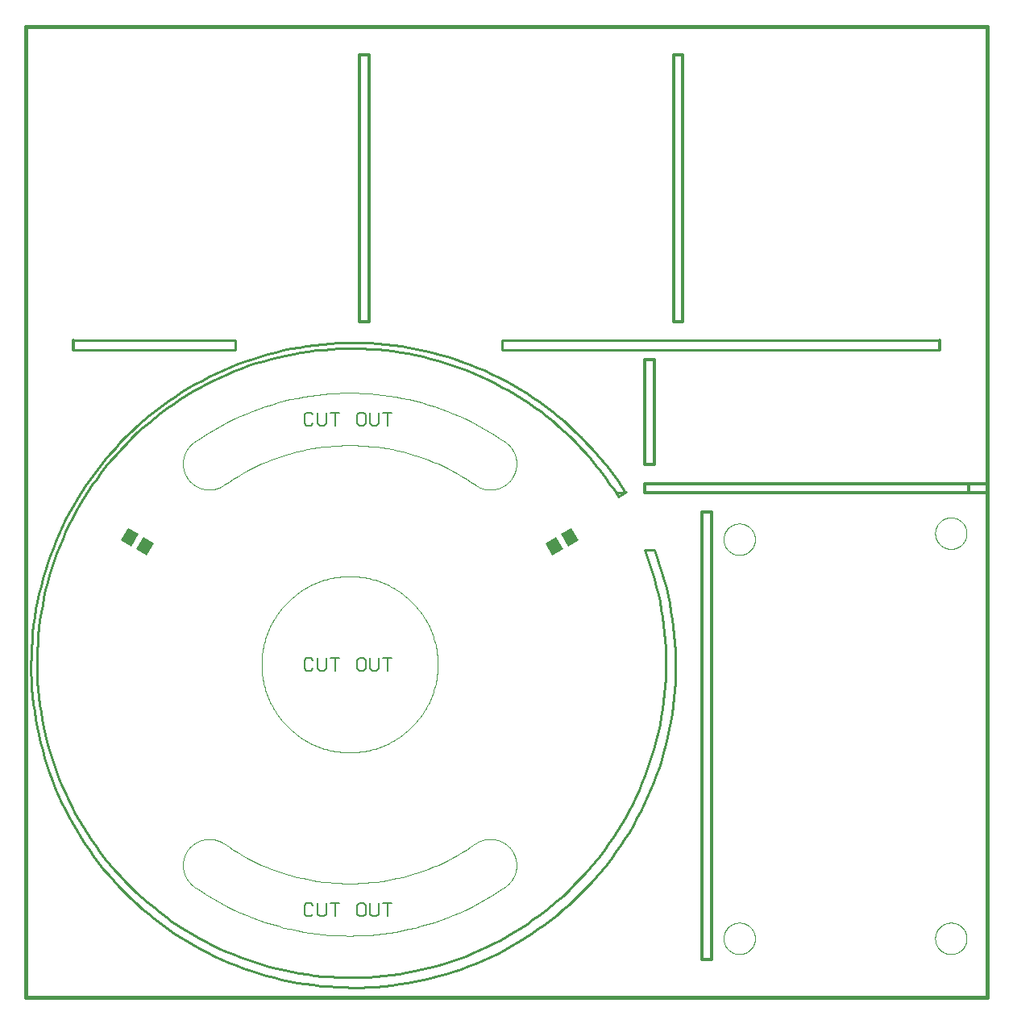
<source format=gbp>
G75*
%MOIN*%
%OFA0B0*%
%FSLAX25Y25*%
%IPPOS*%
%LPD*%
%AMOC8*
5,1,8,0,0,1.08239X$1,22.5*
%
%ADD10C,0.00000*%
%ADD11C,0.00500*%
%ADD12C,0.00000*%
%ADD13C,0.01600*%
%ADD14C,0.01200*%
%ADD15C,0.01000*%
%ADD16R,0.05118X0.05906*%
D10*
X0099241Y0163309D02*
X0099252Y0164203D01*
X0099285Y0165096D01*
X0099340Y0165988D01*
X0099416Y0166878D01*
X0099515Y0167767D01*
X0099635Y0168652D01*
X0099777Y0169535D01*
X0099941Y0170414D01*
X0100126Y0171288D01*
X0100332Y0172158D01*
X0100560Y0173022D01*
X0100809Y0173880D01*
X0101079Y0174732D01*
X0101370Y0175578D01*
X0101681Y0176415D01*
X0102013Y0177245D01*
X0102365Y0178067D01*
X0102737Y0178879D01*
X0103129Y0179682D01*
X0103541Y0180476D01*
X0103972Y0181259D01*
X0104422Y0182031D01*
X0104891Y0182792D01*
X0105378Y0183541D01*
X0105884Y0184278D01*
X0106408Y0185003D01*
X0106949Y0185714D01*
X0107507Y0186412D01*
X0108083Y0187096D01*
X0108675Y0187765D01*
X0109283Y0188420D01*
X0109907Y0189060D01*
X0110547Y0189684D01*
X0111202Y0190292D01*
X0111871Y0190884D01*
X0112555Y0191460D01*
X0113253Y0192018D01*
X0113964Y0192559D01*
X0114689Y0193083D01*
X0115426Y0193589D01*
X0116175Y0194076D01*
X0116936Y0194545D01*
X0117708Y0194995D01*
X0118491Y0195426D01*
X0119285Y0195838D01*
X0120088Y0196230D01*
X0120900Y0196602D01*
X0121722Y0196954D01*
X0122552Y0197286D01*
X0123389Y0197597D01*
X0124235Y0197888D01*
X0125087Y0198158D01*
X0125945Y0198407D01*
X0126809Y0198635D01*
X0127679Y0198841D01*
X0128553Y0199026D01*
X0129432Y0199190D01*
X0130315Y0199332D01*
X0131200Y0199452D01*
X0132089Y0199551D01*
X0132979Y0199627D01*
X0133871Y0199682D01*
X0134764Y0199715D01*
X0135658Y0199726D01*
X0136552Y0199715D01*
X0137445Y0199682D01*
X0138337Y0199627D01*
X0139227Y0199551D01*
X0140116Y0199452D01*
X0141001Y0199332D01*
X0141884Y0199190D01*
X0142763Y0199026D01*
X0143637Y0198841D01*
X0144507Y0198635D01*
X0145371Y0198407D01*
X0146229Y0198158D01*
X0147081Y0197888D01*
X0147927Y0197597D01*
X0148764Y0197286D01*
X0149594Y0196954D01*
X0150416Y0196602D01*
X0151228Y0196230D01*
X0152031Y0195838D01*
X0152825Y0195426D01*
X0153608Y0194995D01*
X0154380Y0194545D01*
X0155141Y0194076D01*
X0155890Y0193589D01*
X0156627Y0193083D01*
X0157352Y0192559D01*
X0158063Y0192018D01*
X0158761Y0191460D01*
X0159445Y0190884D01*
X0160114Y0190292D01*
X0160769Y0189684D01*
X0161409Y0189060D01*
X0162033Y0188420D01*
X0162641Y0187765D01*
X0163233Y0187096D01*
X0163809Y0186412D01*
X0164367Y0185714D01*
X0164908Y0185003D01*
X0165432Y0184278D01*
X0165938Y0183541D01*
X0166425Y0182792D01*
X0166894Y0182031D01*
X0167344Y0181259D01*
X0167775Y0180476D01*
X0168187Y0179682D01*
X0168579Y0178879D01*
X0168951Y0178067D01*
X0169303Y0177245D01*
X0169635Y0176415D01*
X0169946Y0175578D01*
X0170237Y0174732D01*
X0170507Y0173880D01*
X0170756Y0173022D01*
X0170984Y0172158D01*
X0171190Y0171288D01*
X0171375Y0170414D01*
X0171539Y0169535D01*
X0171681Y0168652D01*
X0171801Y0167767D01*
X0171900Y0166878D01*
X0171976Y0165988D01*
X0172031Y0165096D01*
X0172064Y0164203D01*
X0172075Y0163309D01*
X0172064Y0162415D01*
X0172031Y0161522D01*
X0171976Y0160630D01*
X0171900Y0159740D01*
X0171801Y0158851D01*
X0171681Y0157966D01*
X0171539Y0157083D01*
X0171375Y0156204D01*
X0171190Y0155330D01*
X0170984Y0154460D01*
X0170756Y0153596D01*
X0170507Y0152738D01*
X0170237Y0151886D01*
X0169946Y0151040D01*
X0169635Y0150203D01*
X0169303Y0149373D01*
X0168951Y0148551D01*
X0168579Y0147739D01*
X0168187Y0146936D01*
X0167775Y0146142D01*
X0167344Y0145359D01*
X0166894Y0144587D01*
X0166425Y0143826D01*
X0165938Y0143077D01*
X0165432Y0142340D01*
X0164908Y0141615D01*
X0164367Y0140904D01*
X0163809Y0140206D01*
X0163233Y0139522D01*
X0162641Y0138853D01*
X0162033Y0138198D01*
X0161409Y0137558D01*
X0160769Y0136934D01*
X0160114Y0136326D01*
X0159445Y0135734D01*
X0158761Y0135158D01*
X0158063Y0134600D01*
X0157352Y0134059D01*
X0156627Y0133535D01*
X0155890Y0133029D01*
X0155141Y0132542D01*
X0154380Y0132073D01*
X0153608Y0131623D01*
X0152825Y0131192D01*
X0152031Y0130780D01*
X0151228Y0130388D01*
X0150416Y0130016D01*
X0149594Y0129664D01*
X0148764Y0129332D01*
X0147927Y0129021D01*
X0147081Y0128730D01*
X0146229Y0128460D01*
X0145371Y0128211D01*
X0144507Y0127983D01*
X0143637Y0127777D01*
X0142763Y0127592D01*
X0141884Y0127428D01*
X0141001Y0127286D01*
X0140116Y0127166D01*
X0139227Y0127067D01*
X0138337Y0126991D01*
X0137445Y0126936D01*
X0136552Y0126903D01*
X0135658Y0126892D01*
X0134764Y0126903D01*
X0133871Y0126936D01*
X0132979Y0126991D01*
X0132089Y0127067D01*
X0131200Y0127166D01*
X0130315Y0127286D01*
X0129432Y0127428D01*
X0128553Y0127592D01*
X0127679Y0127777D01*
X0126809Y0127983D01*
X0125945Y0128211D01*
X0125087Y0128460D01*
X0124235Y0128730D01*
X0123389Y0129021D01*
X0122552Y0129332D01*
X0121722Y0129664D01*
X0120900Y0130016D01*
X0120088Y0130388D01*
X0119285Y0130780D01*
X0118491Y0131192D01*
X0117708Y0131623D01*
X0116936Y0132073D01*
X0116175Y0132542D01*
X0115426Y0133029D01*
X0114689Y0133535D01*
X0113964Y0134059D01*
X0113253Y0134600D01*
X0112555Y0135158D01*
X0111871Y0135734D01*
X0111202Y0136326D01*
X0110547Y0136934D01*
X0109907Y0137558D01*
X0109283Y0138198D01*
X0108675Y0138853D01*
X0108083Y0139522D01*
X0107507Y0140206D01*
X0106949Y0140904D01*
X0106408Y0141615D01*
X0105884Y0142340D01*
X0105378Y0143077D01*
X0104891Y0143826D01*
X0104422Y0144587D01*
X0103972Y0145359D01*
X0103541Y0146142D01*
X0103129Y0146936D01*
X0102737Y0147739D01*
X0102365Y0148551D01*
X0102013Y0149373D01*
X0101681Y0150203D01*
X0101370Y0151040D01*
X0101079Y0151886D01*
X0100809Y0152738D01*
X0100560Y0153596D01*
X0100332Y0154460D01*
X0100126Y0155330D01*
X0099941Y0156204D01*
X0099777Y0157083D01*
X0099635Y0157966D01*
X0099515Y0158851D01*
X0099416Y0159740D01*
X0099340Y0160630D01*
X0099285Y0161522D01*
X0099252Y0162415D01*
X0099241Y0163309D01*
D11*
X0116876Y0161508D02*
X0117778Y0160607D01*
X0119581Y0160607D01*
X0120483Y0161508D01*
X0122314Y0161508D02*
X0123216Y0160607D01*
X0125019Y0160607D01*
X0125921Y0161508D01*
X0125921Y0166017D01*
X0127752Y0166017D02*
X0131358Y0166017D01*
X0129555Y0166017D02*
X0129555Y0160607D01*
X0122314Y0161508D02*
X0122314Y0166017D01*
X0120483Y0165115D02*
X0119581Y0166017D01*
X0117778Y0166017D01*
X0116876Y0165115D01*
X0116876Y0161508D01*
X0138627Y0161508D02*
X0139529Y0160607D01*
X0141332Y0160607D01*
X0142234Y0161508D01*
X0142234Y0165115D01*
X0141332Y0166017D01*
X0139529Y0166017D01*
X0138627Y0165115D01*
X0138627Y0161508D01*
X0144065Y0161508D02*
X0144966Y0160607D01*
X0146770Y0160607D01*
X0147672Y0161508D01*
X0147672Y0166017D01*
X0149503Y0166017D02*
X0153109Y0166017D01*
X0151306Y0166017D02*
X0151306Y0160607D01*
X0144065Y0161508D02*
X0144065Y0166017D01*
X0144966Y0261985D02*
X0146770Y0261985D01*
X0147672Y0262886D01*
X0147672Y0267395D01*
X0149503Y0267395D02*
X0153109Y0267395D01*
X0151306Y0267395D02*
X0151306Y0261985D01*
X0144966Y0261985D02*
X0144065Y0262886D01*
X0144065Y0267395D01*
X0142234Y0266493D02*
X0142234Y0262886D01*
X0141332Y0261985D01*
X0139529Y0261985D01*
X0138627Y0262886D01*
X0138627Y0266493D01*
X0139529Y0267395D01*
X0141332Y0267395D01*
X0142234Y0266493D01*
X0131358Y0267395D02*
X0127752Y0267395D01*
X0129555Y0267395D02*
X0129555Y0261985D01*
X0125921Y0262886D02*
X0125921Y0267395D01*
X0122314Y0267395D02*
X0122314Y0262886D01*
X0123216Y0261985D01*
X0125019Y0261985D01*
X0125921Y0262886D01*
X0120483Y0262886D02*
X0119581Y0261985D01*
X0117778Y0261985D01*
X0116876Y0262886D01*
X0116876Y0266493D01*
X0117778Y0267395D01*
X0119581Y0267395D01*
X0120483Y0266493D01*
X0119581Y0064639D02*
X0117778Y0064639D01*
X0116876Y0063737D01*
X0116876Y0060130D01*
X0117778Y0059229D01*
X0119581Y0059229D01*
X0120483Y0060130D01*
X0122314Y0060130D02*
X0123216Y0059229D01*
X0125019Y0059229D01*
X0125921Y0060130D01*
X0125921Y0064639D01*
X0127752Y0064639D02*
X0131358Y0064639D01*
X0129555Y0064639D02*
X0129555Y0059229D01*
X0122314Y0060130D02*
X0122314Y0064639D01*
X0120483Y0063737D02*
X0119581Y0064639D01*
X0138627Y0063737D02*
X0138627Y0060130D01*
X0139529Y0059229D01*
X0141332Y0059229D01*
X0142234Y0060130D01*
X0142234Y0063737D01*
X0141332Y0064639D01*
X0139529Y0064639D01*
X0138627Y0063737D01*
X0144065Y0064639D02*
X0144065Y0060130D01*
X0144966Y0059229D01*
X0146770Y0059229D01*
X0147672Y0060130D01*
X0147672Y0064639D01*
X0149503Y0064639D02*
X0153109Y0064639D01*
X0151306Y0064639D02*
X0151306Y0059229D01*
D12*
X0187596Y0089134D02*
X0187812Y0089281D01*
X0188032Y0089424D01*
X0188255Y0089560D01*
X0188481Y0089692D01*
X0188710Y0089818D01*
X0188943Y0089938D01*
X0189178Y0090053D01*
X0189416Y0090162D01*
X0189656Y0090265D01*
X0189899Y0090362D01*
X0190144Y0090454D01*
X0190391Y0090539D01*
X0190640Y0090619D01*
X0190892Y0090692D01*
X0191144Y0090760D01*
X0191399Y0090821D01*
X0191655Y0090876D01*
X0191912Y0090925D01*
X0192170Y0090968D01*
X0192429Y0091004D01*
X0192689Y0091034D01*
X0192949Y0091058D01*
X0193210Y0091076D01*
X0193472Y0091087D01*
X0193733Y0091092D01*
X0193995Y0091090D01*
X0194256Y0091083D01*
X0194518Y0091069D01*
X0194779Y0091048D01*
X0195039Y0091022D01*
X0195298Y0090989D01*
X0195557Y0090949D01*
X0195815Y0090904D01*
X0196071Y0090852D01*
X0196326Y0090795D01*
X0196580Y0090731D01*
X0196832Y0090660D01*
X0197083Y0090584D01*
X0197331Y0090502D01*
X0197577Y0090414D01*
X0197821Y0090320D01*
X0198063Y0090220D01*
X0198303Y0090114D01*
X0198539Y0090003D01*
X0198773Y0089885D01*
X0199004Y0089763D01*
X0199232Y0089634D01*
X0199457Y0089500D01*
X0199678Y0089361D01*
X0199896Y0089217D01*
X0200111Y0089067D01*
X0200322Y0088912D01*
X0200529Y0088752D01*
X0200732Y0088587D01*
X0200931Y0088417D01*
X0201126Y0088243D01*
X0201317Y0088063D01*
X0201503Y0087880D01*
X0201685Y0087691D01*
X0201862Y0087499D01*
X0202034Y0087302D01*
X0202202Y0087101D01*
X0202365Y0086896D01*
X0202522Y0086688D01*
X0202675Y0086475D01*
X0202822Y0086259D01*
X0202965Y0086039D01*
X0203101Y0085816D01*
X0203233Y0085590D01*
X0203359Y0085361D01*
X0203479Y0085128D01*
X0203594Y0084893D01*
X0203703Y0084655D01*
X0203806Y0084415D01*
X0203903Y0084172D01*
X0203995Y0083927D01*
X0204080Y0083680D01*
X0204160Y0083431D01*
X0204233Y0083179D01*
X0204301Y0082927D01*
X0204362Y0082672D01*
X0204417Y0082416D01*
X0204466Y0082159D01*
X0204509Y0081901D01*
X0204545Y0081642D01*
X0204575Y0081382D01*
X0204599Y0081122D01*
X0204617Y0080861D01*
X0204628Y0080599D01*
X0204633Y0080338D01*
X0204631Y0080076D01*
X0204624Y0079815D01*
X0204610Y0079553D01*
X0204589Y0079292D01*
X0204563Y0079032D01*
X0204530Y0078773D01*
X0204490Y0078514D01*
X0204445Y0078256D01*
X0204393Y0078000D01*
X0204336Y0077745D01*
X0204272Y0077491D01*
X0204201Y0077239D01*
X0204125Y0076988D01*
X0204043Y0076740D01*
X0203955Y0076494D01*
X0203861Y0076250D01*
X0203761Y0076008D01*
X0203655Y0075768D01*
X0203544Y0075532D01*
X0203426Y0075298D01*
X0203304Y0075067D01*
X0203175Y0074839D01*
X0203041Y0074614D01*
X0202902Y0074393D01*
X0202758Y0074175D01*
X0202608Y0073960D01*
X0202453Y0073749D01*
X0202293Y0073542D01*
X0202128Y0073339D01*
X0201958Y0073140D01*
X0201784Y0072945D01*
X0201604Y0072754D01*
X0201421Y0072568D01*
X0201232Y0072386D01*
X0201040Y0072209D01*
X0200843Y0072037D01*
X0200642Y0071869D01*
X0200437Y0071706D01*
X0200229Y0071549D01*
X0200016Y0071396D01*
X0197751Y0069851D01*
X0195449Y0068362D01*
X0193112Y0066929D01*
X0190740Y0065554D01*
X0188335Y0064238D01*
X0185899Y0062980D01*
X0183433Y0061783D01*
X0180938Y0060646D01*
X0178416Y0059570D01*
X0175869Y0058557D01*
X0173297Y0057605D01*
X0170704Y0056717D01*
X0168089Y0055893D01*
X0165455Y0055133D01*
X0162803Y0054437D01*
X0160135Y0053806D01*
X0157452Y0053241D01*
X0154756Y0052741D01*
X0152049Y0052308D01*
X0149332Y0051940D01*
X0146607Y0051640D01*
X0143876Y0051405D01*
X0141139Y0051238D01*
X0138399Y0051137D01*
X0135658Y0051104D01*
X0132917Y0051137D01*
X0130177Y0051238D01*
X0127440Y0051405D01*
X0124709Y0051640D01*
X0121984Y0051940D01*
X0119267Y0052308D01*
X0116560Y0052741D01*
X0113864Y0053241D01*
X0111181Y0053806D01*
X0108513Y0054437D01*
X0105861Y0055133D01*
X0103227Y0055893D01*
X0100612Y0056717D01*
X0098019Y0057605D01*
X0095447Y0058557D01*
X0092900Y0059570D01*
X0090378Y0060646D01*
X0087883Y0061783D01*
X0085417Y0062980D01*
X0082981Y0064238D01*
X0080576Y0065554D01*
X0078204Y0066929D01*
X0075867Y0068362D01*
X0073565Y0069851D01*
X0071300Y0071396D01*
X0071087Y0071549D01*
X0070879Y0071706D01*
X0070674Y0071869D01*
X0070473Y0072037D01*
X0070276Y0072209D01*
X0070084Y0072386D01*
X0069895Y0072568D01*
X0069712Y0072754D01*
X0069532Y0072945D01*
X0069358Y0073140D01*
X0069188Y0073339D01*
X0069023Y0073542D01*
X0068863Y0073749D01*
X0068708Y0073960D01*
X0068558Y0074175D01*
X0068414Y0074393D01*
X0068275Y0074614D01*
X0068141Y0074839D01*
X0068012Y0075067D01*
X0067890Y0075298D01*
X0067772Y0075532D01*
X0067661Y0075768D01*
X0067555Y0076008D01*
X0067455Y0076250D01*
X0067361Y0076494D01*
X0067273Y0076740D01*
X0067191Y0076988D01*
X0067115Y0077239D01*
X0067044Y0077491D01*
X0066980Y0077745D01*
X0066923Y0078000D01*
X0066871Y0078256D01*
X0066826Y0078514D01*
X0066786Y0078773D01*
X0066753Y0079032D01*
X0066727Y0079292D01*
X0066706Y0079553D01*
X0066692Y0079815D01*
X0066685Y0080076D01*
X0066683Y0080338D01*
X0066688Y0080599D01*
X0066699Y0080861D01*
X0066717Y0081122D01*
X0066741Y0081382D01*
X0066771Y0081642D01*
X0066807Y0081901D01*
X0066850Y0082159D01*
X0066899Y0082416D01*
X0066954Y0082672D01*
X0067015Y0082927D01*
X0067083Y0083179D01*
X0067156Y0083431D01*
X0067236Y0083680D01*
X0067321Y0083927D01*
X0067413Y0084172D01*
X0067510Y0084415D01*
X0067613Y0084655D01*
X0067722Y0084893D01*
X0067837Y0085128D01*
X0067957Y0085361D01*
X0068083Y0085590D01*
X0068215Y0085816D01*
X0068351Y0086039D01*
X0068494Y0086259D01*
X0068641Y0086475D01*
X0068794Y0086688D01*
X0068951Y0086896D01*
X0069114Y0087101D01*
X0069282Y0087302D01*
X0069454Y0087499D01*
X0069631Y0087691D01*
X0069813Y0087880D01*
X0069999Y0088063D01*
X0070190Y0088243D01*
X0070385Y0088417D01*
X0070584Y0088587D01*
X0070787Y0088752D01*
X0070994Y0088912D01*
X0071205Y0089067D01*
X0071420Y0089217D01*
X0071638Y0089361D01*
X0071859Y0089500D01*
X0072084Y0089634D01*
X0072312Y0089763D01*
X0072543Y0089885D01*
X0072777Y0090003D01*
X0073013Y0090114D01*
X0073253Y0090220D01*
X0073495Y0090320D01*
X0073739Y0090414D01*
X0073985Y0090502D01*
X0074233Y0090584D01*
X0074484Y0090660D01*
X0074736Y0090731D01*
X0074990Y0090795D01*
X0075245Y0090852D01*
X0075501Y0090904D01*
X0075759Y0090949D01*
X0076018Y0090989D01*
X0076277Y0091022D01*
X0076537Y0091048D01*
X0076798Y0091069D01*
X0077060Y0091083D01*
X0077321Y0091090D01*
X0077583Y0091092D01*
X0077844Y0091087D01*
X0078106Y0091076D01*
X0078367Y0091058D01*
X0078627Y0091034D01*
X0078887Y0091004D01*
X0079146Y0090968D01*
X0079404Y0090925D01*
X0079661Y0090876D01*
X0079917Y0090821D01*
X0080172Y0090760D01*
X0080424Y0090692D01*
X0080676Y0090619D01*
X0080925Y0090539D01*
X0081172Y0090454D01*
X0081417Y0090362D01*
X0081660Y0090265D01*
X0081900Y0090162D01*
X0082138Y0090053D01*
X0082373Y0089938D01*
X0082606Y0089818D01*
X0082835Y0089692D01*
X0083061Y0089560D01*
X0083284Y0089424D01*
X0083504Y0089281D01*
X0083720Y0089134D01*
X0085548Y0087887D01*
X0087406Y0086685D01*
X0089292Y0085529D01*
X0091206Y0084420D01*
X0093147Y0083357D01*
X0095113Y0082342D01*
X0097103Y0081376D01*
X0099117Y0080458D01*
X0101152Y0079590D01*
X0103207Y0078772D01*
X0105283Y0078005D01*
X0107376Y0077288D01*
X0109486Y0076623D01*
X0111612Y0076009D01*
X0113752Y0075448D01*
X0115905Y0074939D01*
X0118070Y0074483D01*
X0120245Y0074079D01*
X0122430Y0073729D01*
X0124623Y0073433D01*
X0126822Y0073190D01*
X0129026Y0073001D01*
X0131235Y0072866D01*
X0133446Y0072785D01*
X0135658Y0072758D01*
X0137870Y0072785D01*
X0140081Y0072866D01*
X0142290Y0073001D01*
X0144494Y0073190D01*
X0146693Y0073433D01*
X0148886Y0073729D01*
X0151071Y0074079D01*
X0153246Y0074483D01*
X0155411Y0074939D01*
X0157564Y0075448D01*
X0159704Y0076009D01*
X0161830Y0076623D01*
X0163940Y0077288D01*
X0166033Y0078005D01*
X0168109Y0078772D01*
X0170164Y0079590D01*
X0172199Y0080458D01*
X0174213Y0081376D01*
X0176203Y0082342D01*
X0178169Y0083357D01*
X0180110Y0084420D01*
X0182024Y0085529D01*
X0183910Y0086685D01*
X0185768Y0087887D01*
X0187596Y0089134D01*
X0200016Y0255222D02*
X0197751Y0256767D01*
X0195449Y0258256D01*
X0193112Y0259689D01*
X0190740Y0261064D01*
X0188335Y0262380D01*
X0185899Y0263638D01*
X0183433Y0264835D01*
X0180938Y0265972D01*
X0178416Y0267048D01*
X0175869Y0268061D01*
X0173297Y0269013D01*
X0170704Y0269901D01*
X0168089Y0270725D01*
X0165455Y0271485D01*
X0162803Y0272181D01*
X0160135Y0272812D01*
X0157452Y0273377D01*
X0154756Y0273877D01*
X0152049Y0274310D01*
X0149332Y0274678D01*
X0146607Y0274978D01*
X0143876Y0275213D01*
X0141139Y0275380D01*
X0138399Y0275481D01*
X0135658Y0275514D01*
X0132917Y0275481D01*
X0130177Y0275380D01*
X0127440Y0275213D01*
X0124709Y0274978D01*
X0121984Y0274678D01*
X0119267Y0274310D01*
X0116560Y0273877D01*
X0113864Y0273377D01*
X0111181Y0272812D01*
X0108513Y0272181D01*
X0105861Y0271485D01*
X0103227Y0270725D01*
X0100612Y0269901D01*
X0098019Y0269013D01*
X0095447Y0268061D01*
X0092900Y0267048D01*
X0090378Y0265972D01*
X0087883Y0264835D01*
X0085417Y0263638D01*
X0082981Y0262380D01*
X0080576Y0261064D01*
X0078204Y0259689D01*
X0075867Y0258256D01*
X0073565Y0256767D01*
X0071300Y0255222D01*
X0071087Y0255069D01*
X0070879Y0254912D01*
X0070674Y0254749D01*
X0070473Y0254581D01*
X0070276Y0254409D01*
X0070084Y0254232D01*
X0069895Y0254050D01*
X0069712Y0253864D01*
X0069532Y0253673D01*
X0069358Y0253478D01*
X0069188Y0253279D01*
X0069023Y0253076D01*
X0068863Y0252869D01*
X0068708Y0252658D01*
X0068558Y0252443D01*
X0068414Y0252225D01*
X0068275Y0252004D01*
X0068141Y0251779D01*
X0068012Y0251551D01*
X0067890Y0251320D01*
X0067772Y0251086D01*
X0067661Y0250850D01*
X0067555Y0250610D01*
X0067455Y0250368D01*
X0067361Y0250124D01*
X0067273Y0249878D01*
X0067191Y0249630D01*
X0067115Y0249379D01*
X0067044Y0249127D01*
X0066980Y0248873D01*
X0066923Y0248618D01*
X0066871Y0248362D01*
X0066826Y0248104D01*
X0066786Y0247845D01*
X0066753Y0247586D01*
X0066727Y0247326D01*
X0066706Y0247065D01*
X0066692Y0246803D01*
X0066685Y0246542D01*
X0066683Y0246280D01*
X0066688Y0246019D01*
X0066699Y0245757D01*
X0066717Y0245496D01*
X0066741Y0245236D01*
X0066771Y0244976D01*
X0066807Y0244717D01*
X0066850Y0244459D01*
X0066899Y0244202D01*
X0066954Y0243946D01*
X0067015Y0243691D01*
X0067083Y0243439D01*
X0067156Y0243187D01*
X0067236Y0242938D01*
X0067321Y0242691D01*
X0067413Y0242446D01*
X0067510Y0242203D01*
X0067613Y0241963D01*
X0067722Y0241725D01*
X0067837Y0241490D01*
X0067957Y0241257D01*
X0068083Y0241028D01*
X0068215Y0240802D01*
X0068351Y0240579D01*
X0068494Y0240359D01*
X0068641Y0240143D01*
X0068794Y0239930D01*
X0068951Y0239722D01*
X0069114Y0239517D01*
X0069282Y0239316D01*
X0069454Y0239119D01*
X0069631Y0238927D01*
X0069813Y0238738D01*
X0069999Y0238555D01*
X0070190Y0238375D01*
X0070385Y0238201D01*
X0070584Y0238031D01*
X0070787Y0237866D01*
X0070994Y0237706D01*
X0071205Y0237551D01*
X0071420Y0237401D01*
X0071638Y0237257D01*
X0071859Y0237118D01*
X0072084Y0236984D01*
X0072312Y0236855D01*
X0072543Y0236733D01*
X0072777Y0236615D01*
X0073013Y0236504D01*
X0073253Y0236398D01*
X0073495Y0236298D01*
X0073739Y0236204D01*
X0073985Y0236116D01*
X0074233Y0236034D01*
X0074484Y0235958D01*
X0074736Y0235887D01*
X0074990Y0235823D01*
X0075245Y0235766D01*
X0075501Y0235714D01*
X0075759Y0235669D01*
X0076018Y0235629D01*
X0076277Y0235596D01*
X0076537Y0235570D01*
X0076798Y0235549D01*
X0077060Y0235535D01*
X0077321Y0235528D01*
X0077583Y0235526D01*
X0077844Y0235531D01*
X0078106Y0235542D01*
X0078367Y0235560D01*
X0078627Y0235584D01*
X0078887Y0235614D01*
X0079146Y0235650D01*
X0079404Y0235693D01*
X0079661Y0235742D01*
X0079917Y0235797D01*
X0080172Y0235858D01*
X0080424Y0235926D01*
X0080676Y0235999D01*
X0080925Y0236079D01*
X0081172Y0236164D01*
X0081417Y0236256D01*
X0081660Y0236353D01*
X0081900Y0236456D01*
X0082138Y0236565D01*
X0082373Y0236680D01*
X0082606Y0236800D01*
X0082835Y0236926D01*
X0083061Y0237058D01*
X0083284Y0237194D01*
X0083504Y0237337D01*
X0083720Y0237484D01*
X0085548Y0238731D01*
X0087406Y0239933D01*
X0089292Y0241089D01*
X0091206Y0242198D01*
X0093147Y0243261D01*
X0095113Y0244276D01*
X0097103Y0245242D01*
X0099117Y0246160D01*
X0101152Y0247028D01*
X0103207Y0247846D01*
X0105283Y0248613D01*
X0107376Y0249330D01*
X0109486Y0249995D01*
X0111612Y0250609D01*
X0113752Y0251170D01*
X0115905Y0251679D01*
X0118070Y0252135D01*
X0120245Y0252539D01*
X0122430Y0252889D01*
X0124623Y0253185D01*
X0126822Y0253428D01*
X0129026Y0253617D01*
X0131235Y0253752D01*
X0133446Y0253833D01*
X0135658Y0253860D01*
X0137870Y0253833D01*
X0140081Y0253752D01*
X0142290Y0253617D01*
X0144494Y0253428D01*
X0146693Y0253185D01*
X0148886Y0252889D01*
X0151071Y0252539D01*
X0153246Y0252135D01*
X0155411Y0251679D01*
X0157564Y0251170D01*
X0159704Y0250609D01*
X0161830Y0249995D01*
X0163940Y0249330D01*
X0166033Y0248613D01*
X0168109Y0247846D01*
X0170164Y0247028D01*
X0172199Y0246160D01*
X0174213Y0245242D01*
X0176203Y0244276D01*
X0178169Y0243261D01*
X0180110Y0242198D01*
X0182024Y0241089D01*
X0183910Y0239933D01*
X0185768Y0238731D01*
X0187596Y0237484D01*
X0187812Y0237337D01*
X0188032Y0237194D01*
X0188255Y0237058D01*
X0188481Y0236926D01*
X0188710Y0236800D01*
X0188943Y0236680D01*
X0189178Y0236565D01*
X0189416Y0236456D01*
X0189656Y0236353D01*
X0189899Y0236256D01*
X0190144Y0236164D01*
X0190391Y0236079D01*
X0190640Y0235999D01*
X0190892Y0235926D01*
X0191144Y0235858D01*
X0191399Y0235797D01*
X0191655Y0235742D01*
X0191912Y0235693D01*
X0192170Y0235650D01*
X0192429Y0235614D01*
X0192689Y0235584D01*
X0192949Y0235560D01*
X0193210Y0235542D01*
X0193472Y0235531D01*
X0193733Y0235526D01*
X0193995Y0235528D01*
X0194256Y0235535D01*
X0194518Y0235549D01*
X0194779Y0235570D01*
X0195039Y0235596D01*
X0195298Y0235629D01*
X0195557Y0235669D01*
X0195815Y0235714D01*
X0196071Y0235766D01*
X0196326Y0235823D01*
X0196580Y0235887D01*
X0196832Y0235958D01*
X0197083Y0236034D01*
X0197331Y0236116D01*
X0197577Y0236204D01*
X0197821Y0236298D01*
X0198063Y0236398D01*
X0198303Y0236504D01*
X0198539Y0236615D01*
X0198773Y0236733D01*
X0199004Y0236855D01*
X0199232Y0236984D01*
X0199457Y0237118D01*
X0199678Y0237257D01*
X0199896Y0237401D01*
X0200111Y0237551D01*
X0200322Y0237706D01*
X0200529Y0237866D01*
X0200732Y0238031D01*
X0200931Y0238201D01*
X0201126Y0238375D01*
X0201317Y0238555D01*
X0201503Y0238738D01*
X0201685Y0238927D01*
X0201862Y0239119D01*
X0202034Y0239316D01*
X0202202Y0239517D01*
X0202365Y0239722D01*
X0202522Y0239930D01*
X0202675Y0240143D01*
X0202822Y0240359D01*
X0202965Y0240579D01*
X0203101Y0240802D01*
X0203233Y0241028D01*
X0203359Y0241257D01*
X0203479Y0241490D01*
X0203594Y0241725D01*
X0203703Y0241963D01*
X0203806Y0242203D01*
X0203903Y0242446D01*
X0203995Y0242691D01*
X0204080Y0242938D01*
X0204160Y0243187D01*
X0204233Y0243439D01*
X0204301Y0243691D01*
X0204362Y0243946D01*
X0204417Y0244202D01*
X0204466Y0244459D01*
X0204509Y0244717D01*
X0204545Y0244976D01*
X0204575Y0245236D01*
X0204599Y0245496D01*
X0204617Y0245757D01*
X0204628Y0246019D01*
X0204633Y0246280D01*
X0204631Y0246542D01*
X0204624Y0246803D01*
X0204610Y0247065D01*
X0204589Y0247326D01*
X0204563Y0247586D01*
X0204530Y0247845D01*
X0204490Y0248104D01*
X0204445Y0248362D01*
X0204393Y0248618D01*
X0204336Y0248873D01*
X0204272Y0249127D01*
X0204201Y0249379D01*
X0204125Y0249630D01*
X0204043Y0249878D01*
X0203955Y0250124D01*
X0203861Y0250368D01*
X0203761Y0250610D01*
X0203655Y0250850D01*
X0203544Y0251086D01*
X0203426Y0251320D01*
X0203304Y0251551D01*
X0203175Y0251779D01*
X0203041Y0252004D01*
X0202902Y0252225D01*
X0202758Y0252443D01*
X0202608Y0252658D01*
X0202453Y0252869D01*
X0202293Y0253076D01*
X0202128Y0253279D01*
X0201958Y0253478D01*
X0201784Y0253673D01*
X0201604Y0253864D01*
X0201421Y0254050D01*
X0201232Y0254232D01*
X0201040Y0254409D01*
X0200843Y0254581D01*
X0200642Y0254749D01*
X0200437Y0254912D01*
X0200229Y0255069D01*
X0200016Y0255222D01*
X0290320Y0215002D02*
X0290322Y0215163D01*
X0290328Y0215323D01*
X0290338Y0215484D01*
X0290352Y0215644D01*
X0290370Y0215804D01*
X0290391Y0215963D01*
X0290417Y0216122D01*
X0290447Y0216280D01*
X0290480Y0216437D01*
X0290518Y0216594D01*
X0290559Y0216749D01*
X0290604Y0216903D01*
X0290653Y0217056D01*
X0290706Y0217208D01*
X0290762Y0217359D01*
X0290823Y0217508D01*
X0290886Y0217656D01*
X0290954Y0217802D01*
X0291025Y0217946D01*
X0291099Y0218088D01*
X0291177Y0218229D01*
X0291259Y0218367D01*
X0291344Y0218504D01*
X0291432Y0218638D01*
X0291524Y0218770D01*
X0291619Y0218900D01*
X0291717Y0219028D01*
X0291818Y0219153D01*
X0291922Y0219275D01*
X0292029Y0219395D01*
X0292139Y0219512D01*
X0292252Y0219627D01*
X0292368Y0219738D01*
X0292487Y0219847D01*
X0292608Y0219952D01*
X0292732Y0220055D01*
X0292858Y0220155D01*
X0292986Y0220251D01*
X0293117Y0220344D01*
X0293251Y0220434D01*
X0293386Y0220521D01*
X0293524Y0220604D01*
X0293663Y0220684D01*
X0293805Y0220760D01*
X0293948Y0220833D01*
X0294093Y0220902D01*
X0294240Y0220968D01*
X0294388Y0221030D01*
X0294538Y0221088D01*
X0294689Y0221143D01*
X0294842Y0221194D01*
X0294996Y0221241D01*
X0295151Y0221284D01*
X0295307Y0221323D01*
X0295463Y0221359D01*
X0295621Y0221390D01*
X0295779Y0221418D01*
X0295938Y0221442D01*
X0296098Y0221462D01*
X0296258Y0221478D01*
X0296418Y0221490D01*
X0296579Y0221498D01*
X0296740Y0221502D01*
X0296900Y0221502D01*
X0297061Y0221498D01*
X0297222Y0221490D01*
X0297382Y0221478D01*
X0297542Y0221462D01*
X0297702Y0221442D01*
X0297861Y0221418D01*
X0298019Y0221390D01*
X0298177Y0221359D01*
X0298333Y0221323D01*
X0298489Y0221284D01*
X0298644Y0221241D01*
X0298798Y0221194D01*
X0298951Y0221143D01*
X0299102Y0221088D01*
X0299252Y0221030D01*
X0299400Y0220968D01*
X0299547Y0220902D01*
X0299692Y0220833D01*
X0299835Y0220760D01*
X0299977Y0220684D01*
X0300116Y0220604D01*
X0300254Y0220521D01*
X0300389Y0220434D01*
X0300523Y0220344D01*
X0300654Y0220251D01*
X0300782Y0220155D01*
X0300908Y0220055D01*
X0301032Y0219952D01*
X0301153Y0219847D01*
X0301272Y0219738D01*
X0301388Y0219627D01*
X0301501Y0219512D01*
X0301611Y0219395D01*
X0301718Y0219275D01*
X0301822Y0219153D01*
X0301923Y0219028D01*
X0302021Y0218900D01*
X0302116Y0218770D01*
X0302208Y0218638D01*
X0302296Y0218504D01*
X0302381Y0218367D01*
X0302463Y0218229D01*
X0302541Y0218088D01*
X0302615Y0217946D01*
X0302686Y0217802D01*
X0302754Y0217656D01*
X0302817Y0217508D01*
X0302878Y0217359D01*
X0302934Y0217208D01*
X0302987Y0217056D01*
X0303036Y0216903D01*
X0303081Y0216749D01*
X0303122Y0216594D01*
X0303160Y0216437D01*
X0303193Y0216280D01*
X0303223Y0216122D01*
X0303249Y0215963D01*
X0303270Y0215804D01*
X0303288Y0215644D01*
X0303302Y0215484D01*
X0303312Y0215323D01*
X0303318Y0215163D01*
X0303320Y0215002D01*
X0303318Y0214841D01*
X0303312Y0214681D01*
X0303302Y0214520D01*
X0303288Y0214360D01*
X0303270Y0214200D01*
X0303249Y0214041D01*
X0303223Y0213882D01*
X0303193Y0213724D01*
X0303160Y0213567D01*
X0303122Y0213410D01*
X0303081Y0213255D01*
X0303036Y0213101D01*
X0302987Y0212948D01*
X0302934Y0212796D01*
X0302878Y0212645D01*
X0302817Y0212496D01*
X0302754Y0212348D01*
X0302686Y0212202D01*
X0302615Y0212058D01*
X0302541Y0211916D01*
X0302463Y0211775D01*
X0302381Y0211637D01*
X0302296Y0211500D01*
X0302208Y0211366D01*
X0302116Y0211234D01*
X0302021Y0211104D01*
X0301923Y0210976D01*
X0301822Y0210851D01*
X0301718Y0210729D01*
X0301611Y0210609D01*
X0301501Y0210492D01*
X0301388Y0210377D01*
X0301272Y0210266D01*
X0301153Y0210157D01*
X0301032Y0210052D01*
X0300908Y0209949D01*
X0300782Y0209849D01*
X0300654Y0209753D01*
X0300523Y0209660D01*
X0300389Y0209570D01*
X0300254Y0209483D01*
X0300116Y0209400D01*
X0299977Y0209320D01*
X0299835Y0209244D01*
X0299692Y0209171D01*
X0299547Y0209102D01*
X0299400Y0209036D01*
X0299252Y0208974D01*
X0299102Y0208916D01*
X0298951Y0208861D01*
X0298798Y0208810D01*
X0298644Y0208763D01*
X0298489Y0208720D01*
X0298333Y0208681D01*
X0298177Y0208645D01*
X0298019Y0208614D01*
X0297861Y0208586D01*
X0297702Y0208562D01*
X0297542Y0208542D01*
X0297382Y0208526D01*
X0297222Y0208514D01*
X0297061Y0208506D01*
X0296900Y0208502D01*
X0296740Y0208502D01*
X0296579Y0208506D01*
X0296418Y0208514D01*
X0296258Y0208526D01*
X0296098Y0208542D01*
X0295938Y0208562D01*
X0295779Y0208586D01*
X0295621Y0208614D01*
X0295463Y0208645D01*
X0295307Y0208681D01*
X0295151Y0208720D01*
X0294996Y0208763D01*
X0294842Y0208810D01*
X0294689Y0208861D01*
X0294538Y0208916D01*
X0294388Y0208974D01*
X0294240Y0209036D01*
X0294093Y0209102D01*
X0293948Y0209171D01*
X0293805Y0209244D01*
X0293663Y0209320D01*
X0293524Y0209400D01*
X0293386Y0209483D01*
X0293251Y0209570D01*
X0293117Y0209660D01*
X0292986Y0209753D01*
X0292858Y0209849D01*
X0292732Y0209949D01*
X0292608Y0210052D01*
X0292487Y0210157D01*
X0292368Y0210266D01*
X0292252Y0210377D01*
X0292139Y0210492D01*
X0292029Y0210609D01*
X0291922Y0210729D01*
X0291818Y0210851D01*
X0291717Y0210976D01*
X0291619Y0211104D01*
X0291524Y0211234D01*
X0291432Y0211366D01*
X0291344Y0211500D01*
X0291259Y0211637D01*
X0291177Y0211775D01*
X0291099Y0211916D01*
X0291025Y0212058D01*
X0290954Y0212202D01*
X0290886Y0212348D01*
X0290823Y0212496D01*
X0290762Y0212645D01*
X0290706Y0212796D01*
X0290653Y0212948D01*
X0290604Y0213101D01*
X0290559Y0213255D01*
X0290518Y0213410D01*
X0290480Y0213567D01*
X0290447Y0213724D01*
X0290417Y0213882D01*
X0290391Y0214041D01*
X0290370Y0214200D01*
X0290352Y0214360D01*
X0290338Y0214520D01*
X0290328Y0214681D01*
X0290322Y0214841D01*
X0290320Y0215002D01*
X0377820Y0217502D02*
X0377822Y0217663D01*
X0377828Y0217823D01*
X0377838Y0217984D01*
X0377852Y0218144D01*
X0377870Y0218304D01*
X0377891Y0218463D01*
X0377917Y0218622D01*
X0377947Y0218780D01*
X0377980Y0218937D01*
X0378018Y0219094D01*
X0378059Y0219249D01*
X0378104Y0219403D01*
X0378153Y0219556D01*
X0378206Y0219708D01*
X0378262Y0219859D01*
X0378323Y0220008D01*
X0378386Y0220156D01*
X0378454Y0220302D01*
X0378525Y0220446D01*
X0378599Y0220588D01*
X0378677Y0220729D01*
X0378759Y0220867D01*
X0378844Y0221004D01*
X0378932Y0221138D01*
X0379024Y0221270D01*
X0379119Y0221400D01*
X0379217Y0221528D01*
X0379318Y0221653D01*
X0379422Y0221775D01*
X0379529Y0221895D01*
X0379639Y0222012D01*
X0379752Y0222127D01*
X0379868Y0222238D01*
X0379987Y0222347D01*
X0380108Y0222452D01*
X0380232Y0222555D01*
X0380358Y0222655D01*
X0380486Y0222751D01*
X0380617Y0222844D01*
X0380751Y0222934D01*
X0380886Y0223021D01*
X0381024Y0223104D01*
X0381163Y0223184D01*
X0381305Y0223260D01*
X0381448Y0223333D01*
X0381593Y0223402D01*
X0381740Y0223468D01*
X0381888Y0223530D01*
X0382038Y0223588D01*
X0382189Y0223643D01*
X0382342Y0223694D01*
X0382496Y0223741D01*
X0382651Y0223784D01*
X0382807Y0223823D01*
X0382963Y0223859D01*
X0383121Y0223890D01*
X0383279Y0223918D01*
X0383438Y0223942D01*
X0383598Y0223962D01*
X0383758Y0223978D01*
X0383918Y0223990D01*
X0384079Y0223998D01*
X0384240Y0224002D01*
X0384400Y0224002D01*
X0384561Y0223998D01*
X0384722Y0223990D01*
X0384882Y0223978D01*
X0385042Y0223962D01*
X0385202Y0223942D01*
X0385361Y0223918D01*
X0385519Y0223890D01*
X0385677Y0223859D01*
X0385833Y0223823D01*
X0385989Y0223784D01*
X0386144Y0223741D01*
X0386298Y0223694D01*
X0386451Y0223643D01*
X0386602Y0223588D01*
X0386752Y0223530D01*
X0386900Y0223468D01*
X0387047Y0223402D01*
X0387192Y0223333D01*
X0387335Y0223260D01*
X0387477Y0223184D01*
X0387616Y0223104D01*
X0387754Y0223021D01*
X0387889Y0222934D01*
X0388023Y0222844D01*
X0388154Y0222751D01*
X0388282Y0222655D01*
X0388408Y0222555D01*
X0388532Y0222452D01*
X0388653Y0222347D01*
X0388772Y0222238D01*
X0388888Y0222127D01*
X0389001Y0222012D01*
X0389111Y0221895D01*
X0389218Y0221775D01*
X0389322Y0221653D01*
X0389423Y0221528D01*
X0389521Y0221400D01*
X0389616Y0221270D01*
X0389708Y0221138D01*
X0389796Y0221004D01*
X0389881Y0220867D01*
X0389963Y0220729D01*
X0390041Y0220588D01*
X0390115Y0220446D01*
X0390186Y0220302D01*
X0390254Y0220156D01*
X0390317Y0220008D01*
X0390378Y0219859D01*
X0390434Y0219708D01*
X0390487Y0219556D01*
X0390536Y0219403D01*
X0390581Y0219249D01*
X0390622Y0219094D01*
X0390660Y0218937D01*
X0390693Y0218780D01*
X0390723Y0218622D01*
X0390749Y0218463D01*
X0390770Y0218304D01*
X0390788Y0218144D01*
X0390802Y0217984D01*
X0390812Y0217823D01*
X0390818Y0217663D01*
X0390820Y0217502D01*
X0390818Y0217341D01*
X0390812Y0217181D01*
X0390802Y0217020D01*
X0390788Y0216860D01*
X0390770Y0216700D01*
X0390749Y0216541D01*
X0390723Y0216382D01*
X0390693Y0216224D01*
X0390660Y0216067D01*
X0390622Y0215910D01*
X0390581Y0215755D01*
X0390536Y0215601D01*
X0390487Y0215448D01*
X0390434Y0215296D01*
X0390378Y0215145D01*
X0390317Y0214996D01*
X0390254Y0214848D01*
X0390186Y0214702D01*
X0390115Y0214558D01*
X0390041Y0214416D01*
X0389963Y0214275D01*
X0389881Y0214137D01*
X0389796Y0214000D01*
X0389708Y0213866D01*
X0389616Y0213734D01*
X0389521Y0213604D01*
X0389423Y0213476D01*
X0389322Y0213351D01*
X0389218Y0213229D01*
X0389111Y0213109D01*
X0389001Y0212992D01*
X0388888Y0212877D01*
X0388772Y0212766D01*
X0388653Y0212657D01*
X0388532Y0212552D01*
X0388408Y0212449D01*
X0388282Y0212349D01*
X0388154Y0212253D01*
X0388023Y0212160D01*
X0387889Y0212070D01*
X0387754Y0211983D01*
X0387616Y0211900D01*
X0387477Y0211820D01*
X0387335Y0211744D01*
X0387192Y0211671D01*
X0387047Y0211602D01*
X0386900Y0211536D01*
X0386752Y0211474D01*
X0386602Y0211416D01*
X0386451Y0211361D01*
X0386298Y0211310D01*
X0386144Y0211263D01*
X0385989Y0211220D01*
X0385833Y0211181D01*
X0385677Y0211145D01*
X0385519Y0211114D01*
X0385361Y0211086D01*
X0385202Y0211062D01*
X0385042Y0211042D01*
X0384882Y0211026D01*
X0384722Y0211014D01*
X0384561Y0211006D01*
X0384400Y0211002D01*
X0384240Y0211002D01*
X0384079Y0211006D01*
X0383918Y0211014D01*
X0383758Y0211026D01*
X0383598Y0211042D01*
X0383438Y0211062D01*
X0383279Y0211086D01*
X0383121Y0211114D01*
X0382963Y0211145D01*
X0382807Y0211181D01*
X0382651Y0211220D01*
X0382496Y0211263D01*
X0382342Y0211310D01*
X0382189Y0211361D01*
X0382038Y0211416D01*
X0381888Y0211474D01*
X0381740Y0211536D01*
X0381593Y0211602D01*
X0381448Y0211671D01*
X0381305Y0211744D01*
X0381163Y0211820D01*
X0381024Y0211900D01*
X0380886Y0211983D01*
X0380751Y0212070D01*
X0380617Y0212160D01*
X0380486Y0212253D01*
X0380358Y0212349D01*
X0380232Y0212449D01*
X0380108Y0212552D01*
X0379987Y0212657D01*
X0379868Y0212766D01*
X0379752Y0212877D01*
X0379639Y0212992D01*
X0379529Y0213109D01*
X0379422Y0213229D01*
X0379318Y0213351D01*
X0379217Y0213476D01*
X0379119Y0213604D01*
X0379024Y0213734D01*
X0378932Y0213866D01*
X0378844Y0214000D01*
X0378759Y0214137D01*
X0378677Y0214275D01*
X0378599Y0214416D01*
X0378525Y0214558D01*
X0378454Y0214702D01*
X0378386Y0214848D01*
X0378323Y0214996D01*
X0378262Y0215145D01*
X0378206Y0215296D01*
X0378153Y0215448D01*
X0378104Y0215601D01*
X0378059Y0215755D01*
X0378018Y0215910D01*
X0377980Y0216067D01*
X0377947Y0216224D01*
X0377917Y0216382D01*
X0377891Y0216541D01*
X0377870Y0216700D01*
X0377852Y0216860D01*
X0377838Y0217020D01*
X0377828Y0217181D01*
X0377822Y0217341D01*
X0377820Y0217502D01*
X0377820Y0050002D02*
X0377822Y0050163D01*
X0377828Y0050323D01*
X0377838Y0050484D01*
X0377852Y0050644D01*
X0377870Y0050804D01*
X0377891Y0050963D01*
X0377917Y0051122D01*
X0377947Y0051280D01*
X0377980Y0051437D01*
X0378018Y0051594D01*
X0378059Y0051749D01*
X0378104Y0051903D01*
X0378153Y0052056D01*
X0378206Y0052208D01*
X0378262Y0052359D01*
X0378323Y0052508D01*
X0378386Y0052656D01*
X0378454Y0052802D01*
X0378525Y0052946D01*
X0378599Y0053088D01*
X0378677Y0053229D01*
X0378759Y0053367D01*
X0378844Y0053504D01*
X0378932Y0053638D01*
X0379024Y0053770D01*
X0379119Y0053900D01*
X0379217Y0054028D01*
X0379318Y0054153D01*
X0379422Y0054275D01*
X0379529Y0054395D01*
X0379639Y0054512D01*
X0379752Y0054627D01*
X0379868Y0054738D01*
X0379987Y0054847D01*
X0380108Y0054952D01*
X0380232Y0055055D01*
X0380358Y0055155D01*
X0380486Y0055251D01*
X0380617Y0055344D01*
X0380751Y0055434D01*
X0380886Y0055521D01*
X0381024Y0055604D01*
X0381163Y0055684D01*
X0381305Y0055760D01*
X0381448Y0055833D01*
X0381593Y0055902D01*
X0381740Y0055968D01*
X0381888Y0056030D01*
X0382038Y0056088D01*
X0382189Y0056143D01*
X0382342Y0056194D01*
X0382496Y0056241D01*
X0382651Y0056284D01*
X0382807Y0056323D01*
X0382963Y0056359D01*
X0383121Y0056390D01*
X0383279Y0056418D01*
X0383438Y0056442D01*
X0383598Y0056462D01*
X0383758Y0056478D01*
X0383918Y0056490D01*
X0384079Y0056498D01*
X0384240Y0056502D01*
X0384400Y0056502D01*
X0384561Y0056498D01*
X0384722Y0056490D01*
X0384882Y0056478D01*
X0385042Y0056462D01*
X0385202Y0056442D01*
X0385361Y0056418D01*
X0385519Y0056390D01*
X0385677Y0056359D01*
X0385833Y0056323D01*
X0385989Y0056284D01*
X0386144Y0056241D01*
X0386298Y0056194D01*
X0386451Y0056143D01*
X0386602Y0056088D01*
X0386752Y0056030D01*
X0386900Y0055968D01*
X0387047Y0055902D01*
X0387192Y0055833D01*
X0387335Y0055760D01*
X0387477Y0055684D01*
X0387616Y0055604D01*
X0387754Y0055521D01*
X0387889Y0055434D01*
X0388023Y0055344D01*
X0388154Y0055251D01*
X0388282Y0055155D01*
X0388408Y0055055D01*
X0388532Y0054952D01*
X0388653Y0054847D01*
X0388772Y0054738D01*
X0388888Y0054627D01*
X0389001Y0054512D01*
X0389111Y0054395D01*
X0389218Y0054275D01*
X0389322Y0054153D01*
X0389423Y0054028D01*
X0389521Y0053900D01*
X0389616Y0053770D01*
X0389708Y0053638D01*
X0389796Y0053504D01*
X0389881Y0053367D01*
X0389963Y0053229D01*
X0390041Y0053088D01*
X0390115Y0052946D01*
X0390186Y0052802D01*
X0390254Y0052656D01*
X0390317Y0052508D01*
X0390378Y0052359D01*
X0390434Y0052208D01*
X0390487Y0052056D01*
X0390536Y0051903D01*
X0390581Y0051749D01*
X0390622Y0051594D01*
X0390660Y0051437D01*
X0390693Y0051280D01*
X0390723Y0051122D01*
X0390749Y0050963D01*
X0390770Y0050804D01*
X0390788Y0050644D01*
X0390802Y0050484D01*
X0390812Y0050323D01*
X0390818Y0050163D01*
X0390820Y0050002D01*
X0390818Y0049841D01*
X0390812Y0049681D01*
X0390802Y0049520D01*
X0390788Y0049360D01*
X0390770Y0049200D01*
X0390749Y0049041D01*
X0390723Y0048882D01*
X0390693Y0048724D01*
X0390660Y0048567D01*
X0390622Y0048410D01*
X0390581Y0048255D01*
X0390536Y0048101D01*
X0390487Y0047948D01*
X0390434Y0047796D01*
X0390378Y0047645D01*
X0390317Y0047496D01*
X0390254Y0047348D01*
X0390186Y0047202D01*
X0390115Y0047058D01*
X0390041Y0046916D01*
X0389963Y0046775D01*
X0389881Y0046637D01*
X0389796Y0046500D01*
X0389708Y0046366D01*
X0389616Y0046234D01*
X0389521Y0046104D01*
X0389423Y0045976D01*
X0389322Y0045851D01*
X0389218Y0045729D01*
X0389111Y0045609D01*
X0389001Y0045492D01*
X0388888Y0045377D01*
X0388772Y0045266D01*
X0388653Y0045157D01*
X0388532Y0045052D01*
X0388408Y0044949D01*
X0388282Y0044849D01*
X0388154Y0044753D01*
X0388023Y0044660D01*
X0387889Y0044570D01*
X0387754Y0044483D01*
X0387616Y0044400D01*
X0387477Y0044320D01*
X0387335Y0044244D01*
X0387192Y0044171D01*
X0387047Y0044102D01*
X0386900Y0044036D01*
X0386752Y0043974D01*
X0386602Y0043916D01*
X0386451Y0043861D01*
X0386298Y0043810D01*
X0386144Y0043763D01*
X0385989Y0043720D01*
X0385833Y0043681D01*
X0385677Y0043645D01*
X0385519Y0043614D01*
X0385361Y0043586D01*
X0385202Y0043562D01*
X0385042Y0043542D01*
X0384882Y0043526D01*
X0384722Y0043514D01*
X0384561Y0043506D01*
X0384400Y0043502D01*
X0384240Y0043502D01*
X0384079Y0043506D01*
X0383918Y0043514D01*
X0383758Y0043526D01*
X0383598Y0043542D01*
X0383438Y0043562D01*
X0383279Y0043586D01*
X0383121Y0043614D01*
X0382963Y0043645D01*
X0382807Y0043681D01*
X0382651Y0043720D01*
X0382496Y0043763D01*
X0382342Y0043810D01*
X0382189Y0043861D01*
X0382038Y0043916D01*
X0381888Y0043974D01*
X0381740Y0044036D01*
X0381593Y0044102D01*
X0381448Y0044171D01*
X0381305Y0044244D01*
X0381163Y0044320D01*
X0381024Y0044400D01*
X0380886Y0044483D01*
X0380751Y0044570D01*
X0380617Y0044660D01*
X0380486Y0044753D01*
X0380358Y0044849D01*
X0380232Y0044949D01*
X0380108Y0045052D01*
X0379987Y0045157D01*
X0379868Y0045266D01*
X0379752Y0045377D01*
X0379639Y0045492D01*
X0379529Y0045609D01*
X0379422Y0045729D01*
X0379318Y0045851D01*
X0379217Y0045976D01*
X0379119Y0046104D01*
X0379024Y0046234D01*
X0378932Y0046366D01*
X0378844Y0046500D01*
X0378759Y0046637D01*
X0378677Y0046775D01*
X0378599Y0046916D01*
X0378525Y0047058D01*
X0378454Y0047202D01*
X0378386Y0047348D01*
X0378323Y0047496D01*
X0378262Y0047645D01*
X0378206Y0047796D01*
X0378153Y0047948D01*
X0378104Y0048101D01*
X0378059Y0048255D01*
X0378018Y0048410D01*
X0377980Y0048567D01*
X0377947Y0048724D01*
X0377917Y0048882D01*
X0377891Y0049041D01*
X0377870Y0049200D01*
X0377852Y0049360D01*
X0377838Y0049520D01*
X0377828Y0049681D01*
X0377822Y0049841D01*
X0377820Y0050002D01*
X0290320Y0050002D02*
X0290322Y0050163D01*
X0290328Y0050323D01*
X0290338Y0050484D01*
X0290352Y0050644D01*
X0290370Y0050804D01*
X0290391Y0050963D01*
X0290417Y0051122D01*
X0290447Y0051280D01*
X0290480Y0051437D01*
X0290518Y0051594D01*
X0290559Y0051749D01*
X0290604Y0051903D01*
X0290653Y0052056D01*
X0290706Y0052208D01*
X0290762Y0052359D01*
X0290823Y0052508D01*
X0290886Y0052656D01*
X0290954Y0052802D01*
X0291025Y0052946D01*
X0291099Y0053088D01*
X0291177Y0053229D01*
X0291259Y0053367D01*
X0291344Y0053504D01*
X0291432Y0053638D01*
X0291524Y0053770D01*
X0291619Y0053900D01*
X0291717Y0054028D01*
X0291818Y0054153D01*
X0291922Y0054275D01*
X0292029Y0054395D01*
X0292139Y0054512D01*
X0292252Y0054627D01*
X0292368Y0054738D01*
X0292487Y0054847D01*
X0292608Y0054952D01*
X0292732Y0055055D01*
X0292858Y0055155D01*
X0292986Y0055251D01*
X0293117Y0055344D01*
X0293251Y0055434D01*
X0293386Y0055521D01*
X0293524Y0055604D01*
X0293663Y0055684D01*
X0293805Y0055760D01*
X0293948Y0055833D01*
X0294093Y0055902D01*
X0294240Y0055968D01*
X0294388Y0056030D01*
X0294538Y0056088D01*
X0294689Y0056143D01*
X0294842Y0056194D01*
X0294996Y0056241D01*
X0295151Y0056284D01*
X0295307Y0056323D01*
X0295463Y0056359D01*
X0295621Y0056390D01*
X0295779Y0056418D01*
X0295938Y0056442D01*
X0296098Y0056462D01*
X0296258Y0056478D01*
X0296418Y0056490D01*
X0296579Y0056498D01*
X0296740Y0056502D01*
X0296900Y0056502D01*
X0297061Y0056498D01*
X0297222Y0056490D01*
X0297382Y0056478D01*
X0297542Y0056462D01*
X0297702Y0056442D01*
X0297861Y0056418D01*
X0298019Y0056390D01*
X0298177Y0056359D01*
X0298333Y0056323D01*
X0298489Y0056284D01*
X0298644Y0056241D01*
X0298798Y0056194D01*
X0298951Y0056143D01*
X0299102Y0056088D01*
X0299252Y0056030D01*
X0299400Y0055968D01*
X0299547Y0055902D01*
X0299692Y0055833D01*
X0299835Y0055760D01*
X0299977Y0055684D01*
X0300116Y0055604D01*
X0300254Y0055521D01*
X0300389Y0055434D01*
X0300523Y0055344D01*
X0300654Y0055251D01*
X0300782Y0055155D01*
X0300908Y0055055D01*
X0301032Y0054952D01*
X0301153Y0054847D01*
X0301272Y0054738D01*
X0301388Y0054627D01*
X0301501Y0054512D01*
X0301611Y0054395D01*
X0301718Y0054275D01*
X0301822Y0054153D01*
X0301923Y0054028D01*
X0302021Y0053900D01*
X0302116Y0053770D01*
X0302208Y0053638D01*
X0302296Y0053504D01*
X0302381Y0053367D01*
X0302463Y0053229D01*
X0302541Y0053088D01*
X0302615Y0052946D01*
X0302686Y0052802D01*
X0302754Y0052656D01*
X0302817Y0052508D01*
X0302878Y0052359D01*
X0302934Y0052208D01*
X0302987Y0052056D01*
X0303036Y0051903D01*
X0303081Y0051749D01*
X0303122Y0051594D01*
X0303160Y0051437D01*
X0303193Y0051280D01*
X0303223Y0051122D01*
X0303249Y0050963D01*
X0303270Y0050804D01*
X0303288Y0050644D01*
X0303302Y0050484D01*
X0303312Y0050323D01*
X0303318Y0050163D01*
X0303320Y0050002D01*
X0303318Y0049841D01*
X0303312Y0049681D01*
X0303302Y0049520D01*
X0303288Y0049360D01*
X0303270Y0049200D01*
X0303249Y0049041D01*
X0303223Y0048882D01*
X0303193Y0048724D01*
X0303160Y0048567D01*
X0303122Y0048410D01*
X0303081Y0048255D01*
X0303036Y0048101D01*
X0302987Y0047948D01*
X0302934Y0047796D01*
X0302878Y0047645D01*
X0302817Y0047496D01*
X0302754Y0047348D01*
X0302686Y0047202D01*
X0302615Y0047058D01*
X0302541Y0046916D01*
X0302463Y0046775D01*
X0302381Y0046637D01*
X0302296Y0046500D01*
X0302208Y0046366D01*
X0302116Y0046234D01*
X0302021Y0046104D01*
X0301923Y0045976D01*
X0301822Y0045851D01*
X0301718Y0045729D01*
X0301611Y0045609D01*
X0301501Y0045492D01*
X0301388Y0045377D01*
X0301272Y0045266D01*
X0301153Y0045157D01*
X0301032Y0045052D01*
X0300908Y0044949D01*
X0300782Y0044849D01*
X0300654Y0044753D01*
X0300523Y0044660D01*
X0300389Y0044570D01*
X0300254Y0044483D01*
X0300116Y0044400D01*
X0299977Y0044320D01*
X0299835Y0044244D01*
X0299692Y0044171D01*
X0299547Y0044102D01*
X0299400Y0044036D01*
X0299252Y0043974D01*
X0299102Y0043916D01*
X0298951Y0043861D01*
X0298798Y0043810D01*
X0298644Y0043763D01*
X0298489Y0043720D01*
X0298333Y0043681D01*
X0298177Y0043645D01*
X0298019Y0043614D01*
X0297861Y0043586D01*
X0297702Y0043562D01*
X0297542Y0043542D01*
X0297382Y0043526D01*
X0297222Y0043514D01*
X0297061Y0043506D01*
X0296900Y0043502D01*
X0296740Y0043502D01*
X0296579Y0043506D01*
X0296418Y0043514D01*
X0296258Y0043526D01*
X0296098Y0043542D01*
X0295938Y0043562D01*
X0295779Y0043586D01*
X0295621Y0043614D01*
X0295463Y0043645D01*
X0295307Y0043681D01*
X0295151Y0043720D01*
X0294996Y0043763D01*
X0294842Y0043810D01*
X0294689Y0043861D01*
X0294538Y0043916D01*
X0294388Y0043974D01*
X0294240Y0044036D01*
X0294093Y0044102D01*
X0293948Y0044171D01*
X0293805Y0044244D01*
X0293663Y0044320D01*
X0293524Y0044400D01*
X0293386Y0044483D01*
X0293251Y0044570D01*
X0293117Y0044660D01*
X0292986Y0044753D01*
X0292858Y0044849D01*
X0292732Y0044949D01*
X0292608Y0045052D01*
X0292487Y0045157D01*
X0292368Y0045266D01*
X0292252Y0045377D01*
X0292139Y0045492D01*
X0292029Y0045609D01*
X0291922Y0045729D01*
X0291818Y0045851D01*
X0291717Y0045976D01*
X0291619Y0046104D01*
X0291524Y0046234D01*
X0291432Y0046366D01*
X0291344Y0046500D01*
X0291259Y0046637D01*
X0291177Y0046775D01*
X0291099Y0046916D01*
X0291025Y0047058D01*
X0290954Y0047202D01*
X0290886Y0047348D01*
X0290823Y0047496D01*
X0290762Y0047645D01*
X0290706Y0047796D01*
X0290653Y0047948D01*
X0290604Y0048101D01*
X0290559Y0048255D01*
X0290518Y0048410D01*
X0290480Y0048567D01*
X0290447Y0048724D01*
X0290417Y0048882D01*
X0290391Y0049041D01*
X0290370Y0049200D01*
X0290352Y0049360D01*
X0290338Y0049520D01*
X0290328Y0049681D01*
X0290322Y0049841D01*
X0290320Y0050002D01*
D13*
X0399438Y0025514D02*
X0001800Y0025514D01*
X0001800Y0427089D01*
X0399438Y0427089D01*
X0399438Y0238113D01*
X0399438Y0234176D01*
X0399438Y0025514D01*
D14*
X0285265Y0041262D02*
X0281328Y0041262D01*
X0281328Y0226302D01*
X0285265Y0226302D01*
X0285265Y0041262D01*
X0257706Y0234176D02*
X0257706Y0238113D01*
X0391564Y0238113D01*
X0391564Y0234176D01*
X0399438Y0234176D01*
X0399438Y0238113D02*
X0391564Y0238113D01*
X0391564Y0234176D02*
X0257706Y0234176D01*
X0257706Y0245987D02*
X0261643Y0245987D01*
X0261643Y0289294D01*
X0257706Y0289294D01*
X0257706Y0245987D01*
X0269517Y0305042D02*
X0269517Y0415278D01*
X0273454Y0415278D01*
X0273454Y0305042D01*
X0269517Y0305042D01*
X0379753Y0297168D02*
X0379753Y0293231D01*
X0143532Y0305042D02*
X0139595Y0305042D01*
X0139595Y0415278D01*
X0143532Y0415278D01*
X0143532Y0305042D01*
X0021485Y0297168D02*
X0021485Y0293231D01*
D15*
X0088414Y0293231D01*
X0088414Y0297168D01*
X0021485Y0297168D01*
X0246605Y0232818D02*
X0244886Y0235496D01*
X0243103Y0238130D01*
X0241256Y0240720D01*
X0239346Y0243264D01*
X0237375Y0245761D01*
X0235343Y0248208D01*
X0233252Y0250605D01*
X0231102Y0252951D01*
X0228896Y0255242D01*
X0226635Y0257480D01*
X0224320Y0259661D01*
X0221951Y0261785D01*
X0219532Y0263851D01*
X0217063Y0265856D01*
X0214546Y0267801D01*
X0211981Y0269684D01*
X0209372Y0271503D01*
X0206718Y0273258D01*
X0204023Y0274947D01*
X0201287Y0276570D01*
X0198512Y0278126D01*
X0195700Y0279613D01*
X0192852Y0281031D01*
X0189971Y0282379D01*
X0187058Y0283656D01*
X0184114Y0284861D01*
X0181141Y0285994D01*
X0178142Y0287054D01*
X0175117Y0288040D01*
X0172070Y0288952D01*
X0169001Y0289790D01*
X0165912Y0290551D01*
X0162806Y0291237D01*
X0159684Y0291847D01*
X0156548Y0292381D01*
X0153400Y0292837D01*
X0150241Y0293216D01*
X0147074Y0293518D01*
X0143901Y0293743D01*
X0140724Y0293889D01*
X0137543Y0293958D01*
X0134362Y0293949D01*
X0131182Y0293863D01*
X0128005Y0293698D01*
X0124833Y0293456D01*
X0121668Y0293136D01*
X0118512Y0292739D01*
X0115367Y0292265D01*
X0112234Y0291714D01*
X0109115Y0291087D01*
X0106013Y0290383D01*
X0102928Y0289604D01*
X0099864Y0288750D01*
X0096822Y0287821D01*
X0093803Y0286818D01*
X0090810Y0285741D01*
X0087843Y0284591D01*
X0084906Y0283370D01*
X0082000Y0282076D01*
X0079126Y0280712D01*
X0076287Y0279278D01*
X0073483Y0277775D01*
X0070717Y0276204D01*
X0067990Y0274566D01*
X0065304Y0272861D01*
X0062661Y0271092D01*
X0060061Y0269258D01*
X0057508Y0267361D01*
X0055001Y0265402D01*
X0052543Y0263383D01*
X0050135Y0261304D01*
X0047779Y0259166D01*
X0045476Y0256972D01*
X0043227Y0254722D01*
X0041034Y0252418D01*
X0038898Y0250061D01*
X0036820Y0247652D01*
X0034802Y0245193D01*
X0032845Y0242685D01*
X0030949Y0240131D01*
X0029117Y0237530D01*
X0027348Y0234886D01*
X0025645Y0232199D01*
X0024008Y0229472D01*
X0022439Y0226705D01*
X0020937Y0223900D01*
X0019505Y0221060D01*
X0018142Y0218185D01*
X0016850Y0215278D01*
X0015630Y0212341D01*
X0014482Y0209374D01*
X0013406Y0206380D01*
X0012405Y0203361D01*
X0011477Y0200318D01*
X0010625Y0197253D01*
X0009847Y0194169D01*
X0009145Y0191066D01*
X0008519Y0187947D01*
X0007970Y0184814D01*
X0007498Y0181668D01*
X0007102Y0178511D01*
X0006784Y0175346D01*
X0006544Y0172174D01*
X0006381Y0168997D01*
X0006296Y0165817D01*
X0006288Y0162636D01*
X0006359Y0159456D01*
X0006507Y0156278D01*
X0006733Y0153105D01*
X0007037Y0149939D01*
X0007418Y0146780D01*
X0007876Y0143632D01*
X0008411Y0140497D01*
X0009022Y0137375D01*
X0009710Y0134269D01*
X0010473Y0131181D01*
X0011312Y0128112D01*
X0012226Y0125065D01*
X0013213Y0122041D01*
X0014275Y0119042D01*
X0015409Y0116070D01*
X0016616Y0113127D01*
X0017895Y0110214D01*
X0019244Y0107334D01*
X0020664Y0104487D01*
X0022152Y0101675D01*
X0023709Y0098901D01*
X0025334Y0096166D01*
X0027024Y0093472D01*
X0028781Y0090819D01*
X0030601Y0088211D01*
X0032485Y0085647D01*
X0034431Y0083131D01*
X0036438Y0080663D01*
X0038505Y0078244D01*
X0040630Y0075877D01*
X0042812Y0073563D01*
X0045051Y0071303D01*
X0047344Y0069098D01*
X0049690Y0066950D01*
X0052089Y0064860D01*
X0054537Y0062829D01*
X0057035Y0060859D01*
X0059580Y0058950D01*
X0062171Y0057105D01*
X0064806Y0055323D01*
X0067484Y0053606D01*
X0070203Y0051955D01*
X0072962Y0050372D01*
X0075759Y0048856D01*
X0078592Y0047409D01*
X0081459Y0046032D01*
X0084360Y0044725D01*
X0087291Y0043490D01*
X0090252Y0042327D01*
X0093241Y0041236D01*
X0096255Y0040219D01*
X0099293Y0039276D01*
X0102353Y0038408D01*
X0105434Y0037615D01*
X0108533Y0036897D01*
X0111649Y0036255D01*
X0114779Y0035690D01*
X0117922Y0035202D01*
X0121077Y0034790D01*
X0124240Y0034456D01*
X0127411Y0034199D01*
X0130587Y0034020D01*
X0133767Y0033919D01*
X0136948Y0033896D01*
X0140128Y0033950D01*
X0143307Y0034082D01*
X0146481Y0034292D01*
X0149649Y0034579D01*
X0152809Y0034944D01*
X0155959Y0035386D01*
X0159098Y0035905D01*
X0162223Y0036501D01*
X0165332Y0037172D01*
X0168424Y0037920D01*
X0171497Y0038743D01*
X0174549Y0039641D01*
X0177577Y0040614D01*
X0180582Y0041660D01*
X0183559Y0042779D01*
X0186509Y0043971D01*
X0189428Y0045235D01*
X0192316Y0046569D01*
X0195170Y0047974D01*
X0197989Y0049449D01*
X0200770Y0050992D01*
X0203514Y0052602D01*
X0206217Y0054279D01*
X0208878Y0056022D01*
X0211496Y0057829D01*
X0214069Y0059700D01*
X0216595Y0061633D01*
X0219074Y0063627D01*
X0221502Y0065682D01*
X0223880Y0067795D01*
X0226206Y0069966D01*
X0228477Y0072193D01*
X0230694Y0074474D01*
X0232854Y0076810D01*
X0234956Y0079197D01*
X0236999Y0081635D01*
X0238982Y0084123D01*
X0240903Y0086658D01*
X0242762Y0089240D01*
X0244558Y0091866D01*
X0246288Y0094535D01*
X0247952Y0097246D01*
X0249550Y0099997D01*
X0251080Y0102786D01*
X0252542Y0105611D01*
X0253933Y0108472D01*
X0255255Y0111366D01*
X0256505Y0114291D01*
X0257683Y0117246D01*
X0258789Y0120228D01*
X0259821Y0123237D01*
X0260780Y0126271D01*
X0261664Y0129326D01*
X0262473Y0132403D01*
X0263206Y0135498D01*
X0263863Y0138611D01*
X0264445Y0141738D01*
X0264949Y0144879D01*
X0265377Y0148032D01*
X0265727Y0151193D01*
X0266000Y0154363D01*
X0266195Y0157538D01*
X0266312Y0160717D01*
X0266352Y0163898D01*
X0266314Y0167078D01*
X0266198Y0170257D01*
X0266004Y0173433D01*
X0265733Y0176602D01*
X0265384Y0179764D01*
X0264958Y0182917D01*
X0264455Y0186058D01*
X0263876Y0189186D01*
X0263220Y0192298D01*
X0262488Y0195394D01*
X0261680Y0198471D01*
X0260798Y0201527D01*
X0259841Y0204561D01*
X0258810Y0207570D01*
X0257706Y0210554D01*
X0261643Y0210554D01*
X0249831Y0234176D02*
X0245894Y0234176D01*
X0246671Y0232484D02*
X0249870Y0234576D01*
X0198650Y0293231D02*
X0379753Y0293231D01*
X0379753Y0297168D02*
X0198650Y0297168D01*
X0198650Y0293231D01*
X0249831Y0234175D02*
X0248052Y0236919D01*
X0246206Y0239619D01*
X0244295Y0242273D01*
X0242319Y0244879D01*
X0240280Y0247435D01*
X0238178Y0249941D01*
X0236016Y0252395D01*
X0233794Y0254794D01*
X0231514Y0257139D01*
X0229178Y0259427D01*
X0226785Y0261657D01*
X0224339Y0263827D01*
X0221840Y0265937D01*
X0219291Y0267985D01*
X0216692Y0269970D01*
X0214044Y0271890D01*
X0211351Y0273745D01*
X0208613Y0275534D01*
X0205832Y0277254D01*
X0203009Y0278906D01*
X0200147Y0280488D01*
X0197247Y0281999D01*
X0194311Y0283439D01*
X0191340Y0284806D01*
X0188336Y0286100D01*
X0185302Y0287320D01*
X0182239Y0288465D01*
X0179148Y0289535D01*
X0176033Y0290529D01*
X0172893Y0291445D01*
X0169733Y0292285D01*
X0166552Y0293046D01*
X0163354Y0293730D01*
X0160140Y0294335D01*
X0156912Y0294860D01*
X0153673Y0295307D01*
X0150423Y0295674D01*
X0147165Y0295960D01*
X0143901Y0296167D01*
X0140633Y0296294D01*
X0137363Y0296341D01*
X0134093Y0296307D01*
X0130825Y0296193D01*
X0127560Y0295999D01*
X0124302Y0295725D01*
X0121050Y0295371D01*
X0117809Y0294938D01*
X0114579Y0294425D01*
X0111363Y0293833D01*
X0108162Y0293162D01*
X0104979Y0292413D01*
X0101815Y0291586D01*
X0098672Y0290682D01*
X0095552Y0289700D01*
X0092457Y0288643D01*
X0089390Y0287510D01*
X0086351Y0286302D01*
X0083342Y0285020D01*
X0080366Y0283664D01*
X0077424Y0282236D01*
X0074518Y0280736D01*
X0071649Y0279166D01*
X0068820Y0277525D01*
X0066032Y0275815D01*
X0063287Y0274038D01*
X0060586Y0272194D01*
X0057932Y0270284D01*
X0055325Y0268309D01*
X0052767Y0266271D01*
X0050260Y0264171D01*
X0047805Y0262011D01*
X0045404Y0259790D01*
X0043058Y0257512D01*
X0040769Y0255176D01*
X0038538Y0252785D01*
X0036366Y0250340D01*
X0034255Y0247842D01*
X0032206Y0245294D01*
X0030219Y0242696D01*
X0028297Y0240050D01*
X0026441Y0237357D01*
X0024651Y0234620D01*
X0022929Y0231840D01*
X0021276Y0229018D01*
X0019692Y0226157D01*
X0018179Y0223258D01*
X0016738Y0220322D01*
X0015369Y0217352D01*
X0014073Y0214349D01*
X0012852Y0211316D01*
X0011705Y0208253D01*
X0010634Y0205163D01*
X0009639Y0202048D01*
X0008720Y0198909D01*
X0007879Y0195749D01*
X0007116Y0192569D01*
X0006430Y0189371D01*
X0005824Y0186158D01*
X0005296Y0182930D01*
X0004848Y0179691D01*
X0004480Y0176441D01*
X0004191Y0173183D01*
X0003982Y0169920D01*
X0003854Y0166652D01*
X0003805Y0163382D01*
X0003837Y0160112D01*
X0003949Y0156843D01*
X0004142Y0153579D01*
X0004414Y0150320D01*
X0004766Y0147068D01*
X0005198Y0143827D01*
X0005709Y0140597D01*
X0006299Y0137380D01*
X0006968Y0134179D01*
X0007716Y0130995D01*
X0008541Y0127831D01*
X0009444Y0124687D01*
X0010423Y0121567D01*
X0011479Y0118472D01*
X0012610Y0115403D01*
X0013816Y0112364D01*
X0015097Y0109354D01*
X0016451Y0106377D01*
X0017877Y0103435D01*
X0019376Y0100528D01*
X0020945Y0097658D01*
X0022584Y0094829D01*
X0024292Y0092040D01*
X0026068Y0089294D01*
X0027911Y0086592D01*
X0029819Y0083936D01*
X0031792Y0081328D01*
X0033829Y0078769D01*
X0035927Y0076261D01*
X0038087Y0073805D01*
X0040306Y0071403D01*
X0042583Y0069056D01*
X0044918Y0066765D01*
X0047307Y0064533D01*
X0049751Y0062360D01*
X0052248Y0060247D01*
X0054795Y0058196D01*
X0057392Y0056209D01*
X0060037Y0054285D01*
X0062728Y0052428D01*
X0065465Y0050636D01*
X0068244Y0048913D01*
X0071065Y0047258D01*
X0073925Y0045673D01*
X0076824Y0044158D01*
X0079758Y0042715D01*
X0082728Y0041345D01*
X0085730Y0040047D01*
X0088763Y0038824D01*
X0091825Y0037676D01*
X0094914Y0036603D01*
X0098029Y0035606D01*
X0101167Y0034686D01*
X0104327Y0033843D01*
X0107506Y0033078D01*
X0110704Y0032391D01*
X0113917Y0031783D01*
X0117144Y0031253D01*
X0120383Y0030803D01*
X0123633Y0030433D01*
X0126890Y0030143D01*
X0130154Y0029932D01*
X0133421Y0029802D01*
X0136691Y0029752D01*
X0139962Y0029782D01*
X0143230Y0029892D01*
X0146495Y0030082D01*
X0149754Y0030353D01*
X0153006Y0030703D01*
X0156247Y0031133D01*
X0159478Y0031643D01*
X0162695Y0032231D01*
X0165896Y0032899D01*
X0169081Y0033644D01*
X0172245Y0034468D01*
X0175389Y0035369D01*
X0178510Y0036346D01*
X0181606Y0037401D01*
X0184675Y0038530D01*
X0187715Y0039735D01*
X0190725Y0041014D01*
X0193703Y0042366D01*
X0196646Y0043791D01*
X0199554Y0045288D01*
X0202424Y0046855D01*
X0205255Y0048493D01*
X0208045Y0050199D01*
X0210792Y0051974D01*
X0213495Y0053815D01*
X0216151Y0055722D01*
X0218761Y0057694D01*
X0221321Y0059729D01*
X0223830Y0061826D01*
X0226287Y0063984D01*
X0228690Y0066202D01*
X0231039Y0068478D01*
X0233330Y0070811D01*
X0235564Y0073200D01*
X0237739Y0075642D01*
X0239853Y0078138D01*
X0241905Y0080684D01*
X0243894Y0083280D01*
X0245819Y0085924D01*
X0247678Y0088614D01*
X0249471Y0091349D01*
X0251196Y0094128D01*
X0252852Y0096948D01*
X0254439Y0099807D01*
X0255955Y0102705D01*
X0257400Y0105639D01*
X0258772Y0108607D01*
X0260071Y0111609D01*
X0261295Y0114641D01*
X0262446Y0117702D01*
X0263520Y0120791D01*
X0264519Y0123905D01*
X0265441Y0127043D01*
X0266285Y0130202D01*
X0267052Y0133382D01*
X0267741Y0136579D01*
X0268351Y0139792D01*
X0268882Y0143018D01*
X0269334Y0146257D01*
X0269706Y0149507D01*
X0269998Y0152764D01*
X0270210Y0156027D01*
X0270342Y0159295D01*
X0270394Y0162565D01*
X0270366Y0165835D01*
X0270257Y0169104D01*
X0270069Y0172368D01*
X0269800Y0175628D01*
X0269451Y0178879D01*
X0269023Y0182122D01*
X0268515Y0185352D01*
X0267929Y0188570D01*
X0267263Y0191771D01*
X0266519Y0194956D01*
X0265697Y0198122D01*
X0264798Y0201266D01*
X0263822Y0204387D01*
X0262770Y0207483D01*
X0261642Y0210553D01*
D16*
G36*
X0223001Y0217146D02*
X0227432Y0219705D01*
X0230385Y0214592D01*
X0225954Y0212033D01*
X0223001Y0217146D01*
G37*
G36*
X0216523Y0213405D02*
X0220954Y0215964D01*
X0223907Y0210851D01*
X0219476Y0208292D01*
X0216523Y0213405D01*
G37*
G36*
X0051840Y0208292D02*
X0047409Y0210851D01*
X0050362Y0215964D01*
X0054793Y0213405D01*
X0051840Y0208292D01*
G37*
G36*
X0045362Y0212033D02*
X0040931Y0214592D01*
X0043884Y0219705D01*
X0048315Y0217146D01*
X0045362Y0212033D01*
G37*
M02*

</source>
